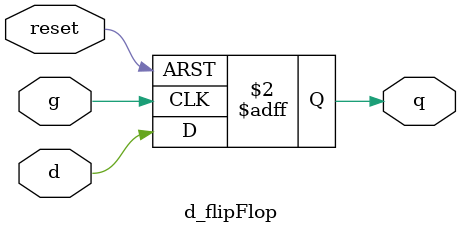
<source format=v>
module d_flipFlop(
  
  input d, 
  input g, 
  input reset,
  output reg q
);
 
  always @(posedge g, posedge reset) begin
    if (reset)
      q <= 0;
    else
      q <= d;
  end

endmodule
</source>
